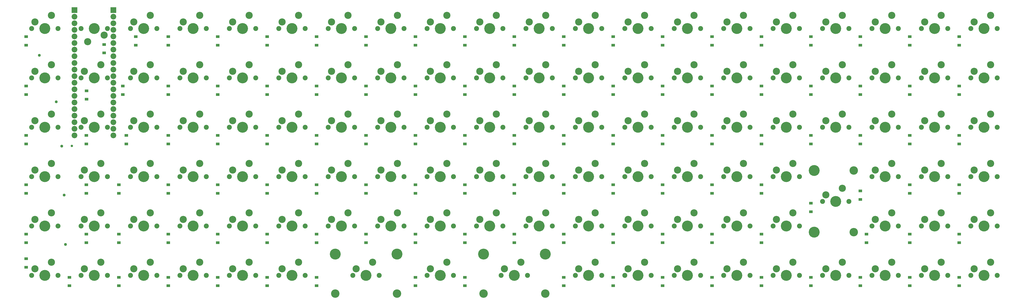
<source format=gbr>
G04 EAGLE Gerber RS-274X export*
G75*
%MOMM*%
%FSLAX34Y34*%
%LPD*%
%INSoldermask Bottom*%
%IPPOS*%
%AMOC8*
5,1,8,0,0,1.08239X$1,22.5*%
G01*
%ADD10C,4.203200*%
%ADD11C,1.903200*%
%ADD12C,2.743200*%
%ADD13C,3.253200*%
%ADD14R,1.423200X1.113200*%
%ADD15R,2.203200X2.203200*%
%ADD16C,2.203200*%
%ADD17C,1.109600*%
%ADD18C,0.959600*%


D10*
X190500Y1143000D03*
D11*
X139700Y1143000D03*
X241300Y1143000D03*
D12*
X152400Y1168400D03*
X215900Y1193800D03*
D10*
X381000Y1143000D03*
D11*
X431800Y1143000D03*
X330200Y1143000D03*
D12*
X419100Y1117600D03*
X355600Y1092200D03*
D10*
X571500Y1143000D03*
D11*
X520700Y1143000D03*
X622300Y1143000D03*
D12*
X533400Y1168400D03*
X596900Y1193800D03*
D10*
X762000Y1143000D03*
D11*
X711200Y1143000D03*
X812800Y1143000D03*
D12*
X723900Y1168400D03*
X787400Y1193800D03*
D10*
X952500Y1143000D03*
D11*
X901700Y1143000D03*
X1003300Y1143000D03*
D12*
X914400Y1168400D03*
X977900Y1193800D03*
D10*
X1143000Y1143000D03*
D11*
X1092200Y1143000D03*
X1193800Y1143000D03*
D12*
X1104900Y1168400D03*
X1168400Y1193800D03*
D10*
X1333500Y1143000D03*
D11*
X1282700Y1143000D03*
X1384300Y1143000D03*
D12*
X1295400Y1168400D03*
X1358900Y1193800D03*
D10*
X1524000Y1143000D03*
D11*
X1473200Y1143000D03*
X1574800Y1143000D03*
D12*
X1485900Y1168400D03*
X1549400Y1193800D03*
D10*
X1714500Y1143000D03*
D11*
X1663700Y1143000D03*
X1765300Y1143000D03*
D12*
X1676400Y1168400D03*
X1739900Y1193800D03*
D10*
X1905000Y1143000D03*
D11*
X1854200Y1143000D03*
X1955800Y1143000D03*
D12*
X1866900Y1168400D03*
X1930400Y1193800D03*
D10*
X2095500Y1143000D03*
D11*
X2044700Y1143000D03*
X2146300Y1143000D03*
D12*
X2057400Y1168400D03*
X2120900Y1193800D03*
D10*
X2286000Y1143000D03*
D11*
X2235200Y1143000D03*
X2336800Y1143000D03*
D12*
X2247900Y1168400D03*
X2311400Y1193800D03*
D10*
X2476500Y1143000D03*
D11*
X2425700Y1143000D03*
X2527300Y1143000D03*
D12*
X2438400Y1168400D03*
X2501900Y1193800D03*
D10*
X2667000Y1143000D03*
D11*
X2616200Y1143000D03*
X2717800Y1143000D03*
D12*
X2628900Y1168400D03*
X2692400Y1193800D03*
D10*
X2857500Y1143000D03*
D11*
X2806700Y1143000D03*
X2908300Y1143000D03*
D12*
X2819400Y1168400D03*
X2882900Y1193800D03*
D10*
X3048000Y1143000D03*
D11*
X2997200Y1143000D03*
X3098800Y1143000D03*
D12*
X3009900Y1168400D03*
X3073400Y1193800D03*
D10*
X3238500Y1143000D03*
D11*
X3187700Y1143000D03*
X3289300Y1143000D03*
D12*
X3200400Y1168400D03*
X3263900Y1193800D03*
D10*
X3429000Y1143000D03*
D11*
X3378200Y1143000D03*
X3479800Y1143000D03*
D12*
X3390900Y1168400D03*
X3454400Y1193800D03*
D10*
X3619500Y1143000D03*
D11*
X3568700Y1143000D03*
X3670300Y1143000D03*
D12*
X3581400Y1168400D03*
X3644900Y1193800D03*
D10*
X3810000Y1143000D03*
D11*
X3759200Y1143000D03*
X3860800Y1143000D03*
D12*
X3771900Y1168400D03*
X3835400Y1193800D03*
D10*
X190500Y952500D03*
D11*
X139700Y952500D03*
X241300Y952500D03*
D12*
X152400Y977900D03*
X215900Y1003300D03*
D10*
X381000Y952500D03*
D11*
X330200Y952500D03*
X431800Y952500D03*
D12*
X342900Y977900D03*
X406400Y1003300D03*
D10*
X571500Y952500D03*
D11*
X520700Y952500D03*
X622300Y952500D03*
D12*
X533400Y977900D03*
X596900Y1003300D03*
D10*
X762000Y952500D03*
D11*
X711200Y952500D03*
X812800Y952500D03*
D12*
X723900Y977900D03*
X787400Y1003300D03*
D10*
X952500Y952500D03*
D11*
X901700Y952500D03*
X1003300Y952500D03*
D12*
X914400Y977900D03*
X977900Y1003300D03*
D10*
X1143000Y952500D03*
D11*
X1092200Y952500D03*
X1193800Y952500D03*
D12*
X1104900Y977900D03*
X1168400Y1003300D03*
D10*
X1333500Y952500D03*
D11*
X1282700Y952500D03*
X1384300Y952500D03*
D12*
X1295400Y977900D03*
X1358900Y1003300D03*
D10*
X1524000Y952500D03*
D11*
X1473200Y952500D03*
X1574800Y952500D03*
D12*
X1485900Y977900D03*
X1549400Y1003300D03*
D10*
X1714500Y952500D03*
D11*
X1663700Y952500D03*
X1765300Y952500D03*
D12*
X1676400Y977900D03*
X1739900Y1003300D03*
D10*
X1905000Y952500D03*
D11*
X1854200Y952500D03*
X1955800Y952500D03*
D12*
X1866900Y977900D03*
X1930400Y1003300D03*
D10*
X2095500Y952500D03*
D11*
X2044700Y952500D03*
X2146300Y952500D03*
D12*
X2057400Y977900D03*
X2120900Y1003300D03*
D10*
X2286000Y952500D03*
D11*
X2235200Y952500D03*
X2336800Y952500D03*
D12*
X2247900Y977900D03*
X2311400Y1003300D03*
D10*
X2476500Y952500D03*
D11*
X2425700Y952500D03*
X2527300Y952500D03*
D12*
X2438400Y977900D03*
X2501900Y1003300D03*
D10*
X2667000Y952500D03*
D11*
X2616200Y952500D03*
X2717800Y952500D03*
D12*
X2628900Y977900D03*
X2692400Y1003300D03*
D10*
X2857500Y952500D03*
D11*
X2806700Y952500D03*
X2908300Y952500D03*
D12*
X2819400Y977900D03*
X2882900Y1003300D03*
D10*
X3048000Y952500D03*
D11*
X2997200Y952500D03*
X3098800Y952500D03*
D12*
X3009900Y977900D03*
X3073400Y1003300D03*
D10*
X3238500Y952500D03*
D11*
X3187700Y952500D03*
X3289300Y952500D03*
D12*
X3200400Y977900D03*
X3263900Y1003300D03*
D10*
X3429000Y952500D03*
D11*
X3378200Y952500D03*
X3479800Y952500D03*
D12*
X3390900Y977900D03*
X3454400Y1003300D03*
D10*
X3619500Y952500D03*
D11*
X3568700Y952500D03*
X3670300Y952500D03*
D12*
X3581400Y977900D03*
X3644900Y1003300D03*
D10*
X3810000Y952500D03*
D11*
X3759200Y952500D03*
X3860800Y952500D03*
D12*
X3771900Y977900D03*
X3835400Y1003300D03*
D10*
X190500Y762000D03*
D11*
X139700Y762000D03*
X241300Y762000D03*
D12*
X152400Y787400D03*
X215900Y812800D03*
D10*
X381000Y762000D03*
D11*
X330200Y762000D03*
X431800Y762000D03*
D12*
X342900Y787400D03*
X406400Y812800D03*
D10*
X571500Y762000D03*
D11*
X520700Y762000D03*
X622300Y762000D03*
D12*
X533400Y787400D03*
X596900Y812800D03*
D10*
X762000Y762000D03*
D11*
X711200Y762000D03*
X812800Y762000D03*
D12*
X723900Y787400D03*
X787400Y812800D03*
D10*
X952500Y762000D03*
D11*
X901700Y762000D03*
X1003300Y762000D03*
D12*
X914400Y787400D03*
X977900Y812800D03*
D10*
X1143000Y762000D03*
D11*
X1092200Y762000D03*
X1193800Y762000D03*
D12*
X1104900Y787400D03*
X1168400Y812800D03*
D10*
X1333500Y762000D03*
D11*
X1282700Y762000D03*
X1384300Y762000D03*
D12*
X1295400Y787400D03*
X1358900Y812800D03*
D10*
X1524000Y762000D03*
D11*
X1473200Y762000D03*
X1574800Y762000D03*
D12*
X1485900Y787400D03*
X1549400Y812800D03*
D10*
X1714500Y762000D03*
D11*
X1663700Y762000D03*
X1765300Y762000D03*
D12*
X1676400Y787400D03*
X1739900Y812800D03*
D10*
X1905000Y762000D03*
D11*
X1854200Y762000D03*
X1955800Y762000D03*
D12*
X1866900Y787400D03*
X1930400Y812800D03*
D10*
X2095500Y762000D03*
D11*
X2044700Y762000D03*
X2146300Y762000D03*
D12*
X2057400Y787400D03*
X2120900Y812800D03*
D10*
X2286000Y762000D03*
D11*
X2235200Y762000D03*
X2336800Y762000D03*
D12*
X2247900Y787400D03*
X2311400Y812800D03*
D10*
X2476500Y762000D03*
D11*
X2425700Y762000D03*
X2527300Y762000D03*
D12*
X2438400Y787400D03*
X2501900Y812800D03*
D10*
X2667000Y762000D03*
D11*
X2616200Y762000D03*
X2717800Y762000D03*
D12*
X2628900Y787400D03*
X2692400Y812800D03*
D10*
X2857500Y762000D03*
D11*
X2806700Y762000D03*
X2908300Y762000D03*
D12*
X2819400Y787400D03*
X2882900Y812800D03*
D10*
X3048000Y762000D03*
D11*
X2997200Y762000D03*
X3098800Y762000D03*
D12*
X3009900Y787400D03*
X3073400Y812800D03*
D10*
X3238500Y762000D03*
D11*
X3187700Y762000D03*
X3289300Y762000D03*
D12*
X3200400Y787400D03*
X3263900Y812800D03*
D10*
X3429000Y762000D03*
D11*
X3378200Y762000D03*
X3479800Y762000D03*
D12*
X3390900Y787400D03*
X3454400Y812800D03*
D10*
X3619500Y762000D03*
D11*
X3568700Y762000D03*
X3670300Y762000D03*
D12*
X3581400Y787400D03*
X3644900Y812800D03*
D10*
X3810000Y762000D03*
D11*
X3759200Y762000D03*
X3860800Y762000D03*
D12*
X3771900Y787400D03*
X3835400Y812800D03*
D10*
X190500Y571500D03*
D11*
X139700Y571500D03*
X241300Y571500D03*
D12*
X152400Y596900D03*
X215900Y622300D03*
D10*
X381000Y571500D03*
D11*
X330200Y571500D03*
X431800Y571500D03*
D12*
X342900Y596900D03*
X406400Y622300D03*
D10*
X571500Y571500D03*
D11*
X520700Y571500D03*
X622300Y571500D03*
D12*
X533400Y596900D03*
X596900Y622300D03*
D10*
X762000Y571500D03*
D11*
X711200Y571500D03*
X812800Y571500D03*
D12*
X723900Y596900D03*
X787400Y622300D03*
D10*
X952500Y571500D03*
D11*
X901700Y571500D03*
X1003300Y571500D03*
D12*
X914400Y596900D03*
X977900Y622300D03*
D10*
X1143000Y571500D03*
D11*
X1092200Y571500D03*
X1193800Y571500D03*
D12*
X1104900Y596900D03*
X1168400Y622300D03*
D10*
X1333500Y571500D03*
D11*
X1282700Y571500D03*
X1384300Y571500D03*
D12*
X1295400Y596900D03*
X1358900Y622300D03*
D10*
X1524000Y571500D03*
D11*
X1473200Y571500D03*
X1574800Y571500D03*
D12*
X1485900Y596900D03*
X1549400Y622300D03*
D10*
X1714500Y571500D03*
D11*
X1663700Y571500D03*
X1765300Y571500D03*
D12*
X1676400Y596900D03*
X1739900Y622300D03*
D10*
X1905000Y571500D03*
D11*
X1854200Y571500D03*
X1955800Y571500D03*
D12*
X1866900Y596900D03*
X1930400Y622300D03*
D10*
X2095500Y571500D03*
D11*
X2044700Y571500D03*
X2146300Y571500D03*
D12*
X2057400Y596900D03*
X2120900Y622300D03*
D10*
X2286000Y571500D03*
D11*
X2235200Y571500D03*
X2336800Y571500D03*
D12*
X2247900Y596900D03*
X2311400Y622300D03*
D10*
X2476500Y571500D03*
D11*
X2425700Y571500D03*
X2527300Y571500D03*
D12*
X2438400Y596900D03*
X2501900Y622300D03*
D10*
X2667000Y571500D03*
D11*
X2616200Y571500D03*
X2717800Y571500D03*
D12*
X2628900Y596900D03*
X2692400Y622300D03*
D10*
X2857500Y571500D03*
D11*
X2806700Y571500D03*
X2908300Y571500D03*
D12*
X2819400Y596900D03*
X2882900Y622300D03*
D10*
X3048000Y571500D03*
D11*
X2997200Y571500D03*
X3098800Y571500D03*
D12*
X3009900Y596900D03*
X3073400Y622300D03*
D10*
X3429000Y571500D03*
D11*
X3378200Y571500D03*
X3479800Y571500D03*
D12*
X3390900Y596900D03*
X3454400Y622300D03*
D10*
X3619500Y571500D03*
D11*
X3568700Y571500D03*
X3670300Y571500D03*
D12*
X3581400Y596900D03*
X3644900Y622300D03*
D10*
X3810000Y571500D03*
D11*
X3759200Y571500D03*
X3860800Y571500D03*
D12*
X3771900Y596900D03*
X3835400Y622300D03*
D10*
X190500Y381000D03*
D11*
X139700Y381000D03*
X241300Y381000D03*
D12*
X152400Y406400D03*
X215900Y431800D03*
D10*
X381000Y381000D03*
D11*
X330200Y381000D03*
X431800Y381000D03*
D12*
X342900Y406400D03*
X406400Y431800D03*
D10*
X571500Y381000D03*
D11*
X520700Y381000D03*
X622300Y381000D03*
D12*
X533400Y406400D03*
X596900Y431800D03*
D10*
X762000Y381000D03*
D11*
X711200Y381000D03*
X812800Y381000D03*
D12*
X723900Y406400D03*
X787400Y431800D03*
D10*
X952500Y381000D03*
D11*
X901700Y381000D03*
X1003300Y381000D03*
D12*
X914400Y406400D03*
X977900Y431800D03*
D10*
X1143000Y381000D03*
D11*
X1092200Y381000D03*
X1193800Y381000D03*
D12*
X1104900Y406400D03*
X1168400Y431800D03*
D10*
X1333500Y381000D03*
D11*
X1282700Y381000D03*
X1384300Y381000D03*
D12*
X1295400Y406400D03*
X1358900Y431800D03*
D10*
X1524000Y381000D03*
D11*
X1473200Y381000D03*
X1574800Y381000D03*
D12*
X1485900Y406400D03*
X1549400Y431800D03*
D10*
X1714500Y381000D03*
D11*
X1663700Y381000D03*
X1765300Y381000D03*
D12*
X1676400Y406400D03*
X1739900Y431800D03*
D10*
X1905000Y381000D03*
D11*
X1854200Y381000D03*
X1955800Y381000D03*
D12*
X1866900Y406400D03*
X1930400Y431800D03*
D10*
X2095500Y381000D03*
D11*
X2044700Y381000D03*
X2146300Y381000D03*
D12*
X2057400Y406400D03*
X2120900Y431800D03*
D10*
X2286000Y381000D03*
D11*
X2235200Y381000D03*
X2336800Y381000D03*
D12*
X2247900Y406400D03*
X2311400Y431800D03*
D10*
X2476500Y381000D03*
D11*
X2425700Y381000D03*
X2527300Y381000D03*
D12*
X2438400Y406400D03*
X2501900Y431800D03*
D10*
X2667000Y381000D03*
D11*
X2616200Y381000D03*
X2717800Y381000D03*
D12*
X2628900Y406400D03*
X2692400Y431800D03*
D10*
X2857500Y381000D03*
D11*
X2806700Y381000D03*
X2908300Y381000D03*
D12*
X2819400Y406400D03*
X2882900Y431800D03*
D10*
X3048000Y381000D03*
D11*
X2997200Y381000D03*
X3098800Y381000D03*
D12*
X3009900Y406400D03*
X3073400Y431800D03*
D10*
X3429000Y381000D03*
D11*
X3378200Y381000D03*
X3479800Y381000D03*
D12*
X3390900Y406400D03*
X3454400Y431800D03*
D10*
X3619500Y381000D03*
D11*
X3568700Y381000D03*
X3670300Y381000D03*
D12*
X3581400Y406400D03*
X3644900Y431800D03*
D10*
X3810000Y381000D03*
D11*
X3759200Y381000D03*
X3860800Y381000D03*
D12*
X3771900Y406400D03*
X3835400Y431800D03*
D10*
X190500Y190500D03*
D11*
X139700Y190500D03*
X241300Y190500D03*
D12*
X152400Y215900D03*
X215900Y241300D03*
D10*
X381000Y190500D03*
D11*
X330200Y190500D03*
X431800Y190500D03*
D12*
X342900Y215900D03*
X406400Y241300D03*
D10*
X571500Y190500D03*
D11*
X520700Y190500D03*
X622300Y190500D03*
D12*
X533400Y215900D03*
X596900Y241300D03*
D10*
X762000Y190500D03*
D11*
X711200Y190500D03*
X812800Y190500D03*
D12*
X723900Y215900D03*
X787400Y241300D03*
D10*
X952500Y190500D03*
D11*
X901700Y190500D03*
X1003300Y190500D03*
D12*
X914400Y215900D03*
X977900Y241300D03*
D10*
X1143000Y190500D03*
D11*
X1092200Y190500D03*
X1193800Y190500D03*
D12*
X1104900Y215900D03*
X1168400Y241300D03*
D10*
X1714500Y190500D03*
D11*
X1663700Y190500D03*
X1765300Y190500D03*
D12*
X1676400Y215900D03*
X1739900Y241300D03*
D10*
X2286000Y190500D03*
D11*
X2235200Y190500D03*
X2336800Y190500D03*
D12*
X2247900Y215900D03*
X2311400Y241300D03*
D10*
X2476500Y190500D03*
D11*
X2425700Y190500D03*
X2527300Y190500D03*
D12*
X2438400Y215900D03*
X2501900Y241300D03*
D10*
X2667000Y190500D03*
D11*
X2616200Y190500D03*
X2717800Y190500D03*
D12*
X2628900Y215900D03*
X2692400Y241300D03*
D10*
X2857500Y190500D03*
D11*
X2806700Y190500D03*
X2908300Y190500D03*
D12*
X2819400Y215900D03*
X2882900Y241300D03*
D10*
X3048000Y190500D03*
D11*
X2997200Y190500D03*
X3098800Y190500D03*
D12*
X3009900Y215900D03*
X3073400Y241300D03*
D10*
X3238500Y190500D03*
D11*
X3187700Y190500D03*
X3289300Y190500D03*
D12*
X3200400Y215900D03*
X3263900Y241300D03*
D10*
X3429000Y190500D03*
D11*
X3378200Y190500D03*
X3479800Y190500D03*
D12*
X3390900Y215900D03*
X3454400Y241300D03*
D10*
X3619500Y190500D03*
D11*
X3568700Y190500D03*
X3670300Y190500D03*
D12*
X3581400Y215900D03*
X3644900Y241300D03*
D10*
X3810000Y190500D03*
D11*
X3759200Y190500D03*
X3860800Y190500D03*
D12*
X3771900Y215900D03*
X3835400Y241300D03*
D10*
X1428750Y190500D03*
D11*
X1377950Y190500D03*
X1479550Y190500D03*
D13*
X1309750Y120500D03*
X1547750Y120500D03*
D10*
X1309750Y272900D03*
X1547750Y272900D03*
D12*
X1390650Y215900D03*
X1454150Y241300D03*
D10*
X2000250Y190500D03*
D11*
X1949450Y190500D03*
X2051050Y190500D03*
D13*
X1881250Y120500D03*
X2119250Y120500D03*
D10*
X1881250Y272900D03*
X2119250Y272900D03*
D12*
X1962150Y215900D03*
X2025650Y241300D03*
D10*
X3238500Y476250D03*
D11*
X3187700Y476250D03*
X3289300Y476250D03*
D13*
X3308500Y357250D03*
X3308500Y595250D03*
D10*
X3156100Y357250D03*
X3156100Y595250D03*
D12*
X3200400Y501650D03*
X3263900Y527050D03*
D14*
X119063Y1079025D03*
X119063Y1111725D03*
X419498Y1048620D03*
X419498Y1081320D03*
X541250Y1079025D03*
X541250Y1111725D03*
X666750Y1079025D03*
X666750Y1111725D03*
X857250Y1079025D03*
X857250Y1111725D03*
X1047750Y1079025D03*
X1047750Y1111725D03*
X1238250Y1079025D03*
X1238250Y1111725D03*
X1428750Y1079025D03*
X1428750Y1111725D03*
X1619250Y1079025D03*
X1619250Y1111725D03*
X1809750Y1079025D03*
X1809750Y1111725D03*
X2000250Y1079025D03*
X2000250Y1111725D03*
X2190750Y1079025D03*
X2190750Y1111725D03*
X2381250Y1079025D03*
X2381250Y1111725D03*
X2571750Y1079025D03*
X2571750Y1111725D03*
X2762250Y1079025D03*
X2762250Y1111725D03*
X2952750Y1079025D03*
X2952750Y1111725D03*
X3143250Y1079025D03*
X3143250Y1111725D03*
X3333750Y1079025D03*
X3333750Y1111725D03*
X3524250Y1079025D03*
X3524250Y1111725D03*
X3714750Y1079025D03*
X3714750Y1111725D03*
X119063Y888525D03*
X119063Y921225D03*
X351723Y870023D03*
X351723Y902723D03*
X491250Y888525D03*
X491250Y921225D03*
X666750Y888525D03*
X666750Y921225D03*
X857250Y888525D03*
X857250Y921225D03*
X1047750Y888525D03*
X1047750Y921225D03*
X1238250Y888525D03*
X1238250Y921225D03*
X1428750Y888525D03*
X1428750Y921225D03*
X1619250Y888525D03*
X1619250Y921225D03*
X1809750Y888525D03*
X1809750Y921225D03*
X2000250Y888525D03*
X2000250Y921225D03*
X2190750Y888525D03*
X2190750Y921225D03*
X2381250Y888525D03*
X2381250Y921225D03*
X2571750Y888525D03*
X2571750Y921225D03*
X2762250Y888525D03*
X2762250Y921225D03*
X2952750Y888525D03*
X2952750Y921225D03*
X3143250Y888525D03*
X3143250Y921225D03*
X3333750Y888525D03*
X3333750Y921225D03*
X3524250Y888525D03*
X3524250Y921225D03*
X3714750Y888525D03*
X3714750Y921225D03*
X119063Y698025D03*
X119063Y730725D03*
X350750Y698025D03*
X350750Y730725D03*
X504851Y698025D03*
X504851Y730725D03*
X666750Y698025D03*
X666750Y730725D03*
X857250Y698025D03*
X857250Y730725D03*
X1047750Y698025D03*
X1047750Y730725D03*
X1238250Y698025D03*
X1238250Y730725D03*
X1428750Y698025D03*
X1428750Y730725D03*
X1619250Y698025D03*
X1619250Y730725D03*
X1809750Y698025D03*
X1809750Y730725D03*
X2000250Y698025D03*
X2000250Y730725D03*
X2190750Y698025D03*
X2190750Y730725D03*
X2381250Y698025D03*
X2381250Y730725D03*
X2571750Y698025D03*
X2571750Y730725D03*
X2762250Y698025D03*
X2762250Y730725D03*
X2952750Y698025D03*
X2952750Y730725D03*
X3143250Y698025D03*
X3143250Y730725D03*
X3333750Y698025D03*
X3333750Y730725D03*
X3524250Y698025D03*
X3524250Y730725D03*
X3714750Y698025D03*
X3714750Y730725D03*
X119063Y507525D03*
X119063Y540225D03*
X350750Y507525D03*
X350750Y540225D03*
X476250Y507525D03*
X476250Y540225D03*
X666750Y507525D03*
X666750Y540225D03*
X857250Y507525D03*
X857250Y540225D03*
X1047750Y507525D03*
X1047750Y540225D03*
X1238250Y507525D03*
X1238250Y540225D03*
X1428750Y507525D03*
X1428750Y540225D03*
X1619250Y507525D03*
X1619250Y540225D03*
X1809750Y507525D03*
X1809750Y540225D03*
X2000250Y507525D03*
X2000250Y540225D03*
X2190750Y507525D03*
X2190750Y540225D03*
X2381250Y507525D03*
X2381250Y540225D03*
X2571750Y507525D03*
X2571750Y540225D03*
X2762250Y507525D03*
X2762250Y540225D03*
X2952750Y507525D03*
X2952750Y540225D03*
X3333750Y483713D03*
X3333750Y516413D03*
X3524250Y507525D03*
X3524250Y540225D03*
X3714750Y507525D03*
X3714750Y540225D03*
X119063Y317025D03*
X119063Y349725D03*
X350750Y317025D03*
X350750Y349725D03*
X476250Y317025D03*
X476250Y349725D03*
X666750Y317025D03*
X666750Y349725D03*
X857250Y317025D03*
X857250Y349725D03*
X1047750Y317025D03*
X1047750Y349725D03*
X1238250Y317025D03*
X1238250Y349725D03*
X1428750Y317025D03*
X1428750Y349725D03*
X1619250Y317025D03*
X1619250Y349725D03*
X1809750Y317025D03*
X1809750Y349725D03*
X2000250Y317025D03*
X2000250Y349725D03*
X2190750Y317025D03*
X2190750Y349725D03*
X2381250Y317025D03*
X2381250Y349725D03*
X2571750Y317025D03*
X2571750Y349725D03*
X2762250Y317025D03*
X2762250Y349725D03*
X2952750Y317025D03*
X2952750Y349725D03*
X3143250Y436088D03*
X3143250Y468788D03*
X3357563Y317025D03*
X3357563Y349725D03*
X3524250Y317025D03*
X3524250Y349725D03*
X3714750Y317025D03*
X3714750Y349725D03*
X119063Y254475D03*
X119063Y221775D03*
X285750Y150338D03*
X285750Y183038D03*
X476250Y150338D03*
X476250Y183038D03*
X666750Y150338D03*
X666750Y183038D03*
X857250Y150338D03*
X857250Y183038D03*
X1047750Y150338D03*
X1047750Y183038D03*
X1238250Y150338D03*
X1238250Y183038D03*
X1619250Y150338D03*
X1619250Y183038D03*
X1809750Y150338D03*
X1809750Y183038D03*
X2190750Y150338D03*
X2190750Y183038D03*
X2381250Y150338D03*
X2381250Y183038D03*
X2571750Y150338D03*
X2571750Y183038D03*
X2762250Y150338D03*
X2762250Y183038D03*
X2952750Y150338D03*
X2952750Y183038D03*
X3143250Y150338D03*
X3143250Y183038D03*
X3333750Y150338D03*
X3333750Y183038D03*
X3524250Y150338D03*
X3524250Y183038D03*
X3714750Y150338D03*
X3714750Y183038D03*
D15*
X455000Y1213900D03*
D16*
X455000Y1188500D03*
X455000Y1163100D03*
X455000Y1137700D03*
X455000Y1112300D03*
X455000Y1086900D03*
X455000Y1061500D03*
X455000Y1036100D03*
D15*
X305000Y1213900D03*
D16*
X305000Y1188500D03*
X305000Y1163100D03*
X305000Y1137700D03*
X305000Y1112300D03*
X305000Y1086900D03*
X305000Y1061500D03*
X305000Y1036100D03*
X305000Y1009700D03*
X305000Y984300D03*
X305000Y958900D03*
X305000Y933500D03*
X305000Y908100D03*
X305000Y882700D03*
X305000Y857300D03*
X305000Y831900D03*
X305000Y806500D03*
X305000Y781100D03*
X305000Y755700D03*
X305000Y730300D03*
X455000Y1009700D03*
X455000Y984300D03*
X455000Y958900D03*
X455000Y933500D03*
X455000Y908100D03*
X455000Y882700D03*
X455000Y857300D03*
X455000Y831900D03*
X455000Y806500D03*
X455000Y781100D03*
X455000Y755700D03*
X455000Y730300D03*
D17*
X169715Y1040051D03*
X255990Y688797D03*
X265000Y500000D03*
X270000Y310000D03*
X234765Y860093D03*
D18*
X295000Y690000D03*
M02*

</source>
